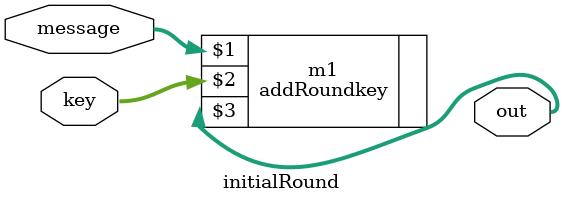
<source format=v>
module initialRound(message,key,out);

input [127:0] message,key;
output [127:0] out;

addRoundkey m1(message,key,out);

endmodule

</source>
